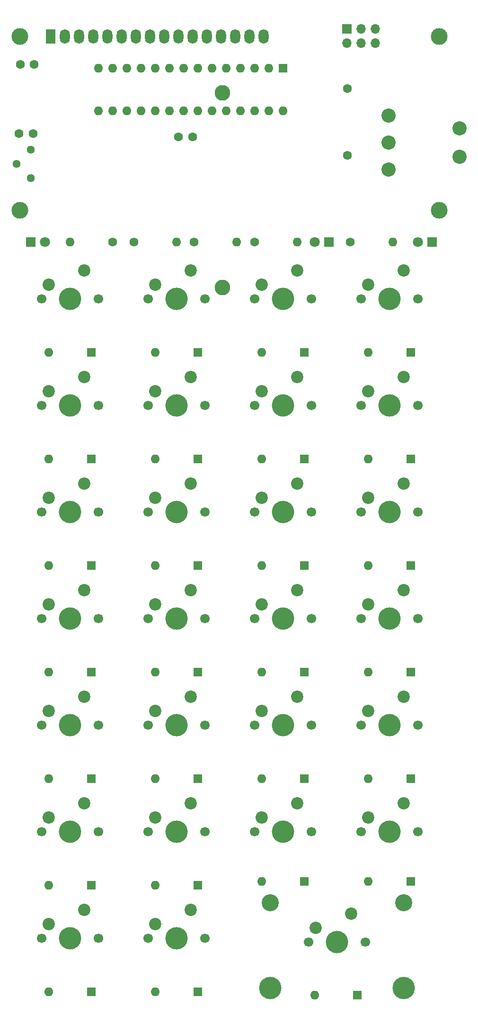
<source format=gbr>
%TF.GenerationSoftware,KiCad,Pcbnew,7.0.11-7.0.11~ubuntu22.04.1*%
%TF.CreationDate,2024-03-17T16:21:49-04:00*%
%TF.ProjectId,keyboard-pcb,6b657962-6f61-4726-942d-7063622e6b69,rev?*%
%TF.SameCoordinates,Original*%
%TF.FileFunction,Soldermask,Top*%
%TF.FilePolarity,Negative*%
%FSLAX46Y46*%
G04 Gerber Fmt 4.6, Leading zero omitted, Abs format (unit mm)*
G04 Created by KiCad (PCBNEW 7.0.11-7.0.11~ubuntu22.04.1) date 2024-03-17 16:21:49*
%MOMM*%
%LPD*%
G01*
G04 APERTURE LIST*
%ADD10C,1.700000*%
%ADD11C,4.000000*%
%ADD12C,2.200000*%
%ADD13C,1.600000*%
%ADD14O,1.600000X1.600000*%
%ADD15R,1.600000X1.600000*%
%ADD16C,3.000000*%
%ADD17R,1.800000X2.600000*%
%ADD18O,1.800000X2.600000*%
%ADD19R,1.800000X1.800000*%
%ADD20C,1.800000*%
%ADD21C,3.050000*%
%ADD22C,1.440000*%
%ADD23C,2.540000*%
%ADD24R,1.700000X1.700000*%
%ADD25O,1.700000X1.700000*%
%ADD26C,1.600200*%
%ADD27C,2.794000*%
G04 APERTURE END LIST*
D10*
%TO.C,SW10*%
X38100000Y-106680000D03*
D11*
X43180000Y-106680000D03*
D10*
X48260000Y-106680000D03*
D12*
X45720000Y-101600000D03*
X39370000Y-104140000D03*
%TD*%
D13*
%TO.C,R4*%
X65405000Y-58420000D03*
D14*
X73025000Y-58420000D03*
%TD*%
D10*
%TO.C,SW2*%
X57150000Y-68580000D03*
D11*
X62230000Y-68580000D03*
D10*
X67310000Y-68580000D03*
D12*
X64770000Y-63500000D03*
X58420000Y-66040000D03*
%TD*%
D10*
%TO.C,SW4*%
X95250000Y-68580000D03*
D11*
X100330000Y-68580000D03*
D10*
X105410000Y-68580000D03*
D12*
X102870000Y-63500000D03*
X96520000Y-66040000D03*
%TD*%
D10*
%TO.C,SW22*%
X38100000Y-163830000D03*
D11*
X43180000Y-163830000D03*
D10*
X48260000Y-163830000D03*
D12*
X45720000Y-158750000D03*
X39370000Y-161290000D03*
%TD*%
D10*
%TO.C,SW8*%
X76200000Y-87630000D03*
D11*
X81280000Y-87630000D03*
D10*
X86360000Y-87630000D03*
D12*
X83820000Y-82550000D03*
X77470000Y-85090000D03*
%TD*%
D10*
%TO.C,SW14*%
X38100000Y-125730000D03*
D11*
X43180000Y-125730000D03*
D10*
X48260000Y-125730000D03*
D12*
X45720000Y-120650000D03*
X39370000Y-123190000D03*
%TD*%
D10*
%TO.C,SW16*%
X76200000Y-125730000D03*
D11*
X81280000Y-125730000D03*
D10*
X86360000Y-125730000D03*
D12*
X83820000Y-120650000D03*
X77470000Y-123190000D03*
%TD*%
D10*
%TO.C,SW1*%
X38100000Y-68580000D03*
D11*
X43180000Y-68580000D03*
D10*
X48260000Y-68580000D03*
D12*
X45720000Y-63500000D03*
X39370000Y-66040000D03*
%TD*%
D10*
%TO.C,SW18*%
X38100000Y-144780000D03*
D11*
X43180000Y-144780000D03*
D10*
X48260000Y-144780000D03*
D12*
X45720000Y-139700000D03*
X39370000Y-142240000D03*
%TD*%
D10*
%TO.C,SW25*%
X95250000Y-163830000D03*
D11*
X100330000Y-163830000D03*
D10*
X105410000Y-163830000D03*
D12*
X102870000Y-158750000D03*
X96520000Y-161290000D03*
%TD*%
D15*
%TO.C,U2*%
X81280000Y-27305000D03*
D14*
X78740000Y-27305000D03*
X76200000Y-27305000D03*
X73660000Y-27305000D03*
X71120000Y-27305000D03*
X68580000Y-27305000D03*
X66040000Y-27305000D03*
X63500000Y-27305000D03*
X60960000Y-27305000D03*
X58420000Y-27305000D03*
X55880000Y-27305000D03*
X53340000Y-27305000D03*
X50800000Y-27305000D03*
X48260000Y-27305000D03*
X48260000Y-34925000D03*
X50800000Y-34925000D03*
X53340000Y-34925000D03*
X55880000Y-34925000D03*
X58420000Y-34925000D03*
X60960000Y-34925000D03*
X63500000Y-34925000D03*
X66040000Y-34925000D03*
X68580000Y-34925000D03*
X71120000Y-34925000D03*
X73660000Y-34925000D03*
X76200000Y-34925000D03*
X78740000Y-34925000D03*
X81280000Y-34925000D03*
%TD*%
D10*
%TO.C,SW23*%
X57150000Y-163830000D03*
D11*
X62230000Y-163830000D03*
D10*
X67310000Y-163830000D03*
D12*
X64770000Y-158750000D03*
X58420000Y-161290000D03*
%TD*%
D10*
%TO.C,SW11*%
X57150000Y-106680000D03*
D11*
X62230000Y-106680000D03*
D10*
X67310000Y-106680000D03*
D12*
X64770000Y-101600000D03*
X58420000Y-104140000D03*
%TD*%
D16*
%TO.C,U3*%
X34221420Y-21704300D03*
X34221420Y-52705000D03*
X109220000Y-52705000D03*
X109220520Y-21704300D03*
D17*
X39720520Y-21704300D03*
D18*
X42260520Y-21704300D03*
X44800520Y-21704300D03*
X47340520Y-21704300D03*
X49880520Y-21704300D03*
X52420520Y-21704300D03*
X54960520Y-21704300D03*
X57500520Y-21704300D03*
X60040520Y-21704300D03*
X62580520Y-21704300D03*
X65120520Y-21704300D03*
X67660520Y-21704300D03*
X70200520Y-21704300D03*
X72740520Y-21704300D03*
X75280520Y-21704300D03*
X77820520Y-21704300D03*
%TD*%
D10*
%TO.C,SW19*%
X57150000Y-144780000D03*
D11*
X62230000Y-144780000D03*
D10*
X67310000Y-144780000D03*
D12*
X64770000Y-139700000D03*
X58420000Y-142240000D03*
%TD*%
D10*
%TO.C,SW6*%
X38100000Y-87630000D03*
D11*
X43180000Y-87630000D03*
D10*
X48260000Y-87630000D03*
D12*
X45720000Y-82550000D03*
X39370000Y-85090000D03*
%TD*%
D19*
%TO.C,D1*%
X36195000Y-58420000D03*
D20*
X38735000Y-58420000D03*
%TD*%
D10*
%TO.C,SW3*%
X76200000Y-68580000D03*
D11*
X81280000Y-68580000D03*
D10*
X86360000Y-68580000D03*
D12*
X83820000Y-63500000D03*
X77470000Y-66040000D03*
%TD*%
D13*
%TO.C,R1*%
X50800000Y-58420000D03*
D14*
X43180000Y-58420000D03*
%TD*%
D19*
%TO.C,D11*%
X107950000Y-58420000D03*
D20*
X105410000Y-58420000D03*
%TD*%
D10*
%TO.C,SW26*%
X38100000Y-182880000D03*
D11*
X43180000Y-182880000D03*
D10*
X48260000Y-182880000D03*
D12*
X45720000Y-177800000D03*
X39370000Y-180340000D03*
%TD*%
D10*
%TO.C,SW13*%
X95250000Y-106680000D03*
D11*
X100330000Y-106680000D03*
D10*
X105410000Y-106680000D03*
D12*
X102870000Y-101600000D03*
X96520000Y-104140000D03*
%TD*%
D10*
%TO.C,SW17*%
X95250000Y-125730000D03*
D11*
X100330000Y-125730000D03*
D10*
X105410000Y-125730000D03*
D12*
X102870000Y-120650000D03*
X96520000Y-123190000D03*
%TD*%
D10*
%TO.C,SW20*%
X76200000Y-144780000D03*
D11*
X81280000Y-144780000D03*
D10*
X86360000Y-144780000D03*
D12*
X83820000Y-139700000D03*
X77470000Y-142240000D03*
%TD*%
D13*
%TO.C,R3*%
X93345000Y-58420000D03*
D14*
X100965000Y-58420000D03*
%TD*%
D13*
%TO.C,C1*%
X62611000Y-39624000D03*
X65111000Y-39624000D03*
%TD*%
D10*
%TO.C,SW12*%
X76200000Y-106680000D03*
D11*
X81280000Y-106680000D03*
D10*
X86360000Y-106680000D03*
D12*
X83820000Y-101600000D03*
X77470000Y-104140000D03*
%TD*%
D10*
%TO.C,SW15*%
X57150000Y-125730000D03*
D11*
X62230000Y-125730000D03*
D10*
X67310000Y-125730000D03*
D12*
X64770000Y-120650000D03*
X58420000Y-123190000D03*
%TD*%
D10*
%TO.C,SW27*%
X57150000Y-182880000D03*
D11*
X62230000Y-182880000D03*
D10*
X67310000Y-182880000D03*
D12*
X64770000Y-177800000D03*
X58420000Y-180340000D03*
%TD*%
D10*
%TO.C,SW21*%
X95250000Y-144780000D03*
D11*
X100330000Y-144780000D03*
D10*
X105410000Y-144780000D03*
D12*
X102870000Y-139700000D03*
X96520000Y-142240000D03*
%TD*%
D19*
%TO.C,D2*%
X89535000Y-58420000D03*
D20*
X86995000Y-58420000D03*
%TD*%
D10*
%TO.C,SW24*%
X76200000Y-163830000D03*
D11*
X81280000Y-163830000D03*
D10*
X86360000Y-163830000D03*
D12*
X83820000Y-158750000D03*
X77470000Y-161290000D03*
%TD*%
D21*
%TO.C,SW28*%
X79070000Y-176530000D03*
D11*
X79070000Y-191770000D03*
D10*
X85890000Y-183530000D03*
D11*
X90970000Y-183530000D03*
D10*
X96050000Y-183530000D03*
D21*
X102870000Y-176530000D03*
D11*
X102870000Y-191770000D03*
D12*
X93510000Y-178450000D03*
X87160000Y-180990000D03*
%TD*%
D13*
%TO.C,R2*%
X76200000Y-58420000D03*
D14*
X83820000Y-58420000D03*
%TD*%
D13*
%TO.C,R5*%
X54610000Y-58420000D03*
D14*
X62230000Y-58420000D03*
%TD*%
D10*
%TO.C,SW9*%
X95250000Y-87630000D03*
D11*
X100330000Y-87630000D03*
D10*
X105410000Y-87630000D03*
D12*
X102870000Y-82550000D03*
X96520000Y-85090000D03*
%TD*%
D10*
%TO.C,SW7*%
X57150000Y-87630000D03*
D11*
X62230000Y-87630000D03*
D10*
X67310000Y-87630000D03*
D12*
X64770000Y-82550000D03*
X58420000Y-85090000D03*
%TD*%
D15*
%TO.C,D16*%
X46990000Y-135255000D03*
D14*
X39370000Y-135255000D03*
%TD*%
D15*
%TO.C,D18*%
X85090000Y-135255000D03*
D14*
X77470000Y-135255000D03*
%TD*%
D15*
%TO.C,D13*%
X66040000Y-116205000D03*
D14*
X58420000Y-116205000D03*
%TD*%
D15*
%TO.C,D21*%
X66040000Y-154305000D03*
D14*
X58420000Y-154305000D03*
%TD*%
D22*
%TO.C,RV1*%
X36195000Y-46990000D03*
X33655000Y-44450000D03*
X36195000Y-41910000D03*
%TD*%
D15*
%TO.C,D27*%
X104140000Y-172720000D03*
D14*
X96520000Y-172720000D03*
%TD*%
D15*
%TO.C,D24*%
X46990000Y-173355000D03*
D14*
X39370000Y-173355000D03*
%TD*%
D15*
%TO.C,D5*%
X85090000Y-78105000D03*
D14*
X77470000Y-78105000D03*
%TD*%
D15*
%TO.C,D9*%
X85090000Y-97155000D03*
D14*
X77470000Y-97155000D03*
%TD*%
D15*
%TO.C,D19*%
X104140000Y-135255000D03*
D14*
X96520000Y-135255000D03*
%TD*%
D15*
%TO.C,D8*%
X66040000Y-97155000D03*
D14*
X58420000Y-97155000D03*
%TD*%
D15*
%TO.C,D26*%
X85090000Y-172720000D03*
D14*
X77470000Y-172720000D03*
%TD*%
D15*
%TO.C,D14*%
X85090000Y-116205000D03*
D14*
X77470000Y-116205000D03*
%TD*%
D15*
%TO.C,D12*%
X46990000Y-116205000D03*
D14*
X39370000Y-116205000D03*
%TD*%
D15*
%TO.C,D17*%
X66040000Y-135255000D03*
D14*
X58420000Y-135255000D03*
%TD*%
D13*
%TO.C,C2*%
X36810000Y-26670000D03*
X34310000Y-26670000D03*
%TD*%
D23*
%TO.C,SW5*%
X100178000Y-35814000D03*
X100178000Y-40640000D03*
X100178000Y-45466000D03*
X112878000Y-38100000D03*
X112878000Y-43180000D03*
%TD*%
D24*
%TO.C,J1*%
X92725000Y-20315000D03*
D25*
X92725000Y-22855000D03*
X95265000Y-20315000D03*
X95265000Y-22855000D03*
X97805000Y-20315000D03*
X97805000Y-22855000D03*
%TD*%
D15*
%TO.C,D28*%
X46990000Y-192405000D03*
D14*
X39370000Y-192405000D03*
%TD*%
D15*
%TO.C,D23*%
X104140000Y-154305000D03*
D14*
X96520000Y-154305000D03*
%TD*%
D15*
%TO.C,D4*%
X66040000Y-78105000D03*
D14*
X58420000Y-78105000D03*
%TD*%
D15*
%TO.C,D6*%
X104140000Y-78105000D03*
D14*
X96520000Y-78105000D03*
%TD*%
D15*
%TO.C,D10*%
X104140000Y-97155000D03*
D14*
X96520000Y-97155000D03*
%TD*%
D13*
%TO.C,C3*%
X36576000Y-38989000D03*
X34076000Y-38989000D03*
%TD*%
D15*
%TO.C,D29*%
X66040000Y-192405000D03*
D14*
X58420000Y-192405000D03*
%TD*%
D15*
%TO.C,D22*%
X85090000Y-154305000D03*
D14*
X77470000Y-154305000D03*
%TD*%
D15*
%TO.C,D20*%
X46990000Y-154305000D03*
D14*
X39370000Y-154305000D03*
%TD*%
D15*
%TO.C,D30*%
X94615000Y-193040000D03*
D14*
X86995000Y-193040000D03*
%TD*%
D15*
%TO.C,D7*%
X46990000Y-97155000D03*
D14*
X39370000Y-97155000D03*
%TD*%
D15*
%TO.C,D15*%
X104140000Y-116205000D03*
D14*
X96520000Y-116205000D03*
%TD*%
D15*
%TO.C,D3*%
X46990000Y-78105000D03*
D14*
X39370000Y-78105000D03*
%TD*%
D26*
%TO.C,BT1*%
X92837000Y-30988000D03*
X92837000Y-42926000D03*
D27*
X70485000Y-66548000D03*
X70485000Y-31750000D03*
%TD*%
D15*
%TO.C,D25*%
X66040000Y-173355000D03*
D14*
X58420000Y-173355000D03*
%TD*%
M02*

</source>
